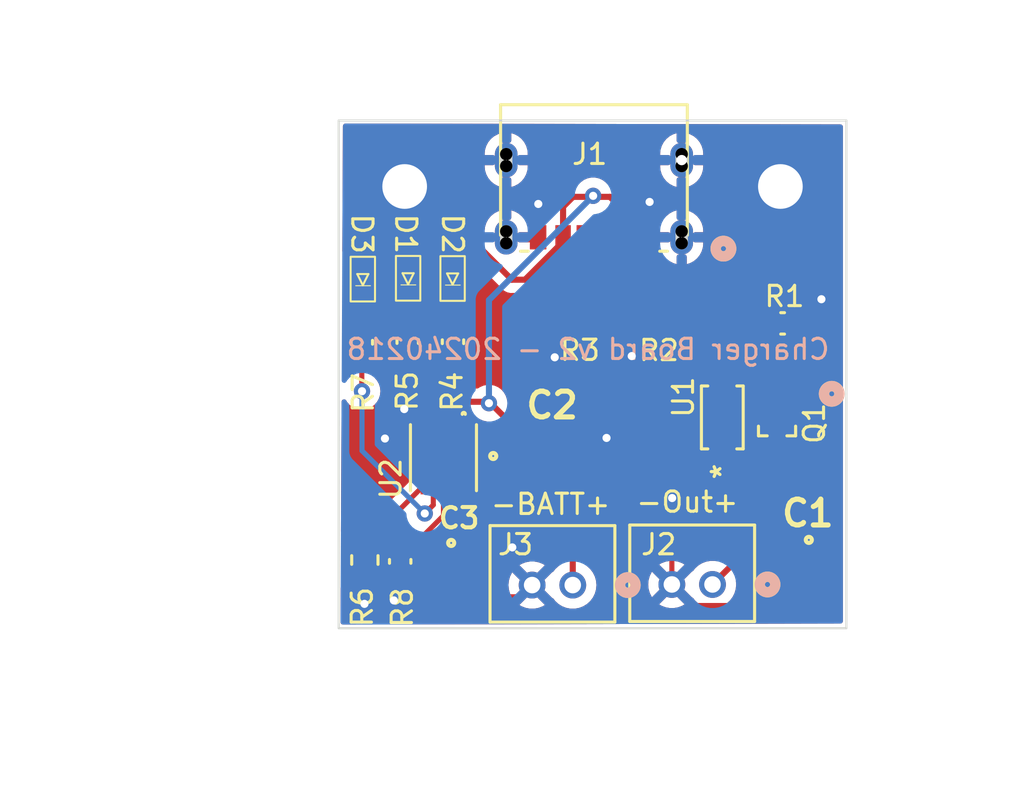
<source format=kicad_pcb>
(kicad_pcb (version 20221018) (generator pcbnew)
  (layers (0 "F.Cu" signal) (31 "B.Cu" signal) (34 "B.Paste" user) (35 "F.Paste" user) (36 "B.SilkS" user "B.Silkscreen") (37 "F.SilkS" user "F.Silkscreen") (38 "B.Mask" user) (39 "F.Mask" user) (44 "Edge.Cuts" user))
  (net 0 "")
  (net 1 "/Out+")
  (net 2 "GND")
  (net 3 "VBUS")
  (net 4 "+BATT")
  (net 5 "Net-(D1-K)")
  (net 6 "Net-(D2-K)")
  (net 7 "Net-(D3-K)")
  (net 8 "Net-(J1-CC1)")
  (net 9 "Net-(J1-CC2)")
  (net 10 "Net-(U2-STAT1)")
  (net 11 "Net-(U2-STAT2)")
  (net 12 "Net-(U2-PROG)")
  (net 13 "Net-(U2-PG)")
  (net 14 "Net-(U2-THERM)")
  (footprint "AMU-Diodes:SOD-123_ONS" (layer "F.Cu") (at 118.89 114.62 90)
    (fp_text reference "U1" (at 1 -1.92 90 unlocked) (layer "F.SilkS"))
    (fp_text value "MBR0540T3G (500mA) or  PMEG3010EGW  (1A)" hide)
    (fp_text user "*" (at -2.667 0 90 unlocked) (layer "F.SilkS"))
    (fp_text user "*" (at -2.667 0 90) (layer "F.SilkS"))
    (fp_line (start -1.5494 -1.0287) (end -1.5494 -0.71374) (stroke (width 0.1524)) (layer "F.SilkS"))
    (fp_line (start -1.5494 0.71374) (end -1.5494 1.0287) (stroke (width 0.1524)) (layer "F.SilkS"))
    (fp_line (start -1.5494 1.0287) (end 1.5494 1.0287) (stroke (width 0.1524)) (layer "F.SilkS"))
    (fp_line (start 1.5494 -1.0287) (end -1.5494 -1.0287) (stroke (width 0.1524)) (layer "F.SilkS"))
    (fp_line (start 1.5494 -0.71374) (end 1.5494 -1.0287) (stroke (width 0.1524)) (layer "F.SilkS"))
    (fp_line (start 1.5494 1.0287) (end 1.5494 0.71374) (stroke (width 0.1524)) (layer "F.SilkS"))
    (pad "1" smd rect (at -1.6764 0 90) (size 1.2192 0.762) (layers "F.Cu" "F.Paste" "F.Mask") (net 1 "/Out+"))
    (pad "2" smd rect (at 1.6764 0 90) (size 1.2192 0.762) (layers "F.Cu" "F.Paste" "F.Mask") (net 3 "VBUS"))
  )
  (footprint "AMU-Resistors:ERJ3G_PAN" (layer "F.Cu") (at 101.14 110.92 90)
    (fp_text reference "R7" (at -2.49 0.07 90 unlocked) (layer "F.SilkS"))
    (fp_text value "470")
    (fp_line (start -0.092449 0.526999) (end 0.092449 0.526999) (stroke (width 0.1524)) (layer "F.SilkS"))
    (fp_line (start 0.092449 -0.526999) (end -0.092449 -0.526999) (stroke (width 0.1524)) (layer "F.SilkS"))
    (pad "1" smd rect (at -0.777799 0 90) (size 0.755599 0.799998) (layers "F.Cu" "F.Paste" "F.Mask") (net 13 "Net-(U2-PG)"))
    (pad "2" smd rect (at 0.777799 0 90) (size 0.755599 0.799998) (layers "F.Cu" "F.Paste" "F.Mask") (net 7 "Net-(D3-K)"))
    (zone (net 0) (net_name "") (layer "F.Cu") (connect_pads (clearance 0)) (min_thickness 0.254)
      (keepout (tracks not_allowed) (vias not_allowed) (pads allowed) (copperpour not_allowed) (footprints allowed))
      (fill (thermal_gap 0.508) (thermal_bridge_width 0.508))
      (polygon (pts (xy 100.790801 111.269199) (xy 100.790801 110.570801) (xy 101.489199 110.570801) (xy 101.489199 111.269199)))
    )
  )
  (footprint "AMU-Resistors:ERJ3G_PAN" (layer "F.Cu") (at 103.4 110.882201 90)
    (fp_text reference "R5" (at -2.437799 -0.03 90 unlocked) (layer "F.SilkS"))
    (fp_text value "470")
    (fp_line (start -0.092449 0.526999) (end 0.092449 0.526999) (stroke (width 0.1524)) (layer "F.SilkS"))
    (fp_line (start 0.092449 -0.526999) (end -0.092449 -0.526999) (stroke (width 0.1524)) (layer "F.SilkS"))
    (pad "1" smd rect (at -0.777799 0 90) (size 0.755599 0.799998) (layers "F.Cu" "F.Paste" "F.Mask") (net 11 "Net-(U2-STAT2)"))
    (pad "2" smd rect (at 0.777799 0 90) (size 0.755599 0.799998) (layers "F.Cu" "F.Paste" "F.Mask") (net 5 "Net-(D1-K)"))
    (zone (net 0) (net_name "") (layer "F.Cu") (connect_pads (clearance 0)) (min_thickness 0.254)
      (keepout (tracks not_allowed) (vias not_allowed) (pads allowed) (copperpour not_allowed) (footprints allowed))
      (fill (thermal_gap 0.508) (thermal_bridge_width 0.508))
      (polygon (pts (xy 103.050801 111.2314) (xy 103.050801 110.533002) (xy 103.749199 110.533002) (xy 103.749199 111.2314)))
    )
  )
  (footprint "AMU-Diodes:Multicomp_SMD_LED_0603" (layer "F.Cu") (at 103.42 107.77 -90)
    (fp_text reference "D1" (at -2.19 0.11 -90 unlocked) (layer "F.SilkS"))
    (fp_text value "GREEN" hide)
    (fp_line (start -0.25 -0.275) (end -0.25 0.275) (stroke (width 0.1)) (layer "F.SilkS"))
    (fp_line (start -0.25 0.275) (end 0.3 0) (stroke (width 0.1)) (layer "F.SilkS"))
    (fp_line (start 0.3 0) (end -0.25 -0.275) (stroke (width 0.1)) (layer "F.SilkS"))
    (fp_line (start 0.325 -0.375) (end 0.325 0.35) (stroke (width 0.05)) (layer "F.SilkS"))
    (fp_rect (start -1.1 -0.6) (end 1.1 0.6) (stroke (width 0.1)) (fill none) (layer "F.SilkS"))
    (pad "1" smd rect (at 0.7 0 270) (size 0.6 0.8) (layers "F.Cu" "F.Paste" "F.Mask") (net 5 "Net-(D1-K)"))
    (pad "2" smd rect (at -0.7 0 270) (size 0.6 0.8) (layers "F.Cu" "F.Paste" "F.Mask") (net 3 "VBUS"))
  )
  (footprint "JST-PH2-2:CONN_B2B-PH-K-SLFSN_JST" (layer "F.Cu") (at 111.5266 122.8751)
    (fp_text reference "J3" (at -2.8166 -1.9951 unlocked) (layer "F.SilkS"))
    (fp_text value "B2B-PH-K-SLFSN" hide)
    (fp_circle (center 2.7084 0) (end 3.0894 0) (stroke (width 0.508)) (fill none) (layer "B.SilkS"))
    (fp_line (start -4.0734 -2.926999) (end -4.0734 1.822801) (stroke (width 0.1524)) (layer "F.SilkS"))
    (fp_line (start -4.0734 1.822801) (end 2.0734 1.822801) (stroke (width 0.1524)) (layer "F.SilkS"))
    (fp_line (start 2.0734 -2.926999) (end -4.0734 -2.926999) (stroke (width 0.1524)) (layer "F.SilkS"))
    (fp_line (start 2.0734 1.822801) (end 2.0734 -2.926999) (stroke (width 0.1524)) (layer "F.SilkS"))
    (fp_circle (center 2.7084 0) (end 3.0894 0) (stroke (width 0.508)) (fill none) (layer "F.SilkS"))
    (pad "1" thru_hole circle (at 0.000001 0) (size 1.3208 1.3208) (drill 0.8128) (layers "*.Cu" "*.Mask") (net 4 "+BATT"))
    (pad "2" thru_hole circle (at -2.000001 0) (size 1.3208 1.3208) (drill 0.8128) (layers "*.Cu" "*.Mask") (net 2 "GND"))
  )
  (footprint "JST-PH2-2:CONN_B2B-PH-K-SLFSN_JST" (layer "F.Cu") (at 118.4066 122.8451)
    (fp_text reference "J2" (at -2.6466 -1.9651 unlocked) (layer "F.SilkS"))
    (fp_text value "B2B-PH-K-SLFSN" hide)
    (fp_circle (center 2.7084 0) (end 3.0894 0) (stroke (width 0.508)) (fill none) (layer "B.SilkS"))
    (fp_line (start -4.0734 -2.926999) (end -4.0734 1.822801) (stroke (width 0.1524)) (layer "F.SilkS"))
    (fp_line (start -4.0734 1.822801) (end 2.0734 1.822801) (stroke (width 0.1524)) (layer "F.SilkS"))
    (fp_line (start 2.0734 -2.926999) (end -4.0734 -2.926999) (stroke (width 0.1524)) (layer "F.SilkS"))
    (fp_line (start 2.0734 1.822801) (end 2.0734 -2.926999) (stroke (width 0.1524)) (layer "F.SilkS"))
    (fp_circle (center 2.7084 0) (end 3.0894 0) (stroke (width 0.508)) (fill none) (layer "F.SilkS"))
    (pad "1" thru_hole circle (at 0.000001 0) (size 1.3208 1.3208) (drill 0.8128) (layers "*.Cu" "*.Mask") (net 1 "/Out+"))
    (pad "2" thru_hole circle (at -2.000001 0) (size 1.3208 1.3208) (drill 0.8128) (layers "*.Cu" "*.Mask") (net 2 "GND"))
  )
  (footprint "AMU-Resistors:ERJ6G_PAN" (layer "F.Cu") (at 111.007201 109.68 180)
    (fp_text reference "R3" (at -0.872799 -1.63 unlocked) (layer "F.SilkS"))
    (fp_text value "5k1")
    (pad "1" smd rect (at -0.852799 0 180) (size 1.005599 1.199998) (layers "F.Cu" "F.Paste" "F.Mask") (net 9 "Net-(J1-CC2)"))
    (pad "2" smd rect (at 0.852799 0 180) (size 1.005599 1.199998) (layers "F.Cu" "F.Paste" "F.Mask") (net 2 "GND"))
    (zone (net 0) (net_name "") (layer "F.Cu") (connect_pads (clearance 0)) (min_thickness 0.254)
      (keepout (tracks not_allowed) (vias not_allowed) (pads allowed) (copperpour not_allowed) (footprints allowed))
      (fill (thermal_gap 0.508) (thermal_bridge_width 0.508))
      (polygon (pts (xy 111.3064 110.229199) (xy 110.708002 110.229199) (xy 110.708002 109.130801) (xy 111.3064 109.130801)))
    )
  )
  (footprint "AMU-Resistors:ERJ3G_PAN" (layer "F.Cu") (at 103.03 121.707799 -90)
    (fp_text reference "R8" (at 2.27 -0.1 90 unlocked) (layer "F.SilkS"))
    (fp_text value "10k" hide)
    (fp_line (start -0.092449 0.526999) (end 0.092449 0.526999) (stroke (width 0.1524)) (layer "F.SilkS"))
    (fp_line (start 0.092449 -0.526999) (end -0.092449 -0.526999) (stroke (width 0.1524)) (layer "F.SilkS"))
    (pad "1" smd rect (at -0.777799 0 270) (size 0.755599 0.799998) (layers "F.Cu" "F.Paste" "F.Mask") (net 14 "Net-(U2-THERM)"))
    (pad "2" smd rect (at 0.777799 0 270) (size 0.755599 0.799998) (layers "F.Cu" "F.Paste" "F.Mask") (net 2 "GND"))
    (zone (net 0) (net_name "") (layer "F.Cu") (connect_pads (clearance 0)) (min_thickness 0.254)
      (keepout (tracks not_allowed) (vias not_allowed) (pads allowed) (copperpour not_allowed) (footprints allowed))
      (fill (thermal_gap 0.508) (thermal_bridge_width 0.508))
      (polygon (pts (xy 103.379199 121.3586) (xy 103.379199 122.056998) (xy 102.680801 122.056998) (xy 102.680801 121.3586)))
    )
  )
  (footprint "AMU-Other:DFN10_3x3MC_MCH" (layer "F.Cu") (at 105.159999 116.603 -90)
    (fp_text reference "U2" (at 1.037 2.589999 90 unlocked) (layer "F.SilkS"))
    (fp_text value "MCP73833-AMI/MF" hide)
    (fp_line (start -1.6256 1.6256) (end 1.6256 1.6256) (stroke (width 0.1524)) (layer "F.SilkS"))
    (fp_line (start 1.6256 -1.6256) (end -1.6256 -1.6256) (stroke (width 0.1524)) (layer "F.SilkS"))
    (fp_arc (start -2.13614 -0.926171) (mid -2.2312 -1) (end -2.13614 -1.073829) (stroke (width 0.1524)) (layer "F.SilkS"))
    (pad "1" smd rect (at -1.397 -1.000001 270) (size 0.8128 0.254) (layers "F.Cu" "F.Paste" "F.Mask") (net 3 "VBUS"))
    (pad "2" smd rect (at -1.397 -0.499999 270) (size 0.8128 0.254) (layers "F.Cu" "F.Paste" "F.Mask") (net 3 "VBUS"))
    (pad "3" smd rect (at -1.397 0 270) (size 0.8128 0.254) (layers "F.Cu" "F.Paste" "F.Mask") (net 10 "Net-(U2-STAT1)"))
    (pad "4" smd rect (at -1.397 0.499999 270) (size 0.8128 0.254) (layers "F.Cu" "F.Paste" "F.Mask") (net 11 "Net-(U2-STAT2)"))
    (pad "5" smd rect (at -1.397 1.000001 270) (size 0.8128 0.254) (layers "F.Cu" "F.Paste" "F.Mask") (net 2 "GND"))
    (pad "6" smd rect (at 1.397 1.000001 270) (size 0.8128 0.254) (layers "F.Cu" "F.Paste" "F.Mask") (net 12 "Net-(U2-PROG)"))
    (pad "7" smd rect (at 1.397 0.499999 270) (size 0.8128 0.254) (layers "F.Cu" "F.Paste" "F.Mask") (net 13 "Net-(U2-PG)"))
    (pad "8" smd rect (at 1.397 0 270) (size 0.8128 0.254) (layers "F.Cu" "F.Paste" "F.Mask") (net 14 "Net-(U2-THERM)"))
    (pad "9" smd rect (at 1.397 -0.499999 270) (size 0.8128 0.254) (layers "F.Cu" "F.Paste" "F.Mask") (net 4 "+BATT"))
    (pad "10" smd rect (at 1.397 -1.000001 270) (size 0.8128 0.254) (layers "F.Cu" "F.Paste" "F.Mask") (net 4 "+BATT"))
    (pad "11" smd rect (at 0 0 270) (size 1.7526 2.4892) (layers "F.Cu" "F.Paste" "F.Mask") (net 2 "GND"))
  )
  (footprint "AMU-Capacitors:C0805" (layer "F.Cu") (at 123.15 122.4 -90)
    (fp_text reference "C1" (at -3.06 0.05 -180) (layer "F.SilkS") (effects (font (size 1.27 1.27) (thickness 0.254))))
    (fp_text value "10uf" hide)
    (fp_circle (center -1.75 0) (end -1.75 0.05) (stroke (width 0.2)) (fill none) (layer "F.SilkS"))
    (pad "1" smd rect (at -0.9 0 270) (size 1.15 1.45) (layers "F.Cu" "F.Paste" "F.Mask") (net 1 "/Out+"))
    (pad "2" smd rect (at 0.9 0 270) (size 1.15 1.45) (layers "F.Cu" "F.Paste" "F.Mask") (net 2 "GND"))
  )
  (footprint "AMU-Connectors:CONN6_125-GF-A-0190_GCT" (layer "F.Cu") (at 115.319997 105.750006 180)
    (fp_text reference "J1" (at 2.959997 4.090006 unlocked) (layer "F.SilkS"))
    (fp_text value "USB4125-GF-A-0190" hide)
    (fp_circle (center -3.625405 -0.559994) (end -3.244405 -0.559994) (stroke (width 0.508)) (fill none) (layer "B.SilkS"))
    (fp_line (start -1.847405 0.097634) (end -1.847405 6.526606) (stroke (width 0.1524)) (layer "F.SilkS"))
    (fp_line (start -1.847405 6.526606) (end 7.347395 6.526606) (stroke (width 0.1524)) (layer "F.SilkS"))
    (fp_line (start -0.48914 -0.686994) (end -0.867656 -0.686994) (stroke (width 0.1524)) (layer "F.SilkS"))
    (fp_line (start 6.367646 -0.686994) (end 5.98913 -0.686994) (stroke (width 0.1524)) (layer "F.SilkS"))
    (fp_line (start 7.347395 6.526606) (end 7.347395 0.097634) (stroke (width 0.1524)) (layer "F.SilkS"))
    (fp_circle (center -3.625405 -0.559994) (end -3.244405 -0.559994) (stroke (width 0.508)) (fill none) (layer "F.SilkS"))
    (fp_line (start -1.570007 0.292106) (end -1.570007 -0.292094) (stroke (width 0.6096)) (layer "Edge.Cuts"))
    (fp_line (start -1.570007 4.092106) (end -1.570007 3.507906) (stroke (width 0.6096)) (layer "Edge.Cuts"))
    (fp_line (start 7.069997 0.292106) (end 7.069997 -0.292094) (stroke (width 0.6096)) (layer "Edge.Cuts"))
    (fp_line (start 7.069997 4.092106) (end 7.069997 3.507906) (stroke (width 0.6096)) (layer "Edge.Cuts"))
    (pad "" np_thru_hole circle (at -1.570007 -0.292094 180) (size 0.6096 0.6096) (drill 0.6096) (layers))
    (pad "" np_thru_hole circle (at -1.570007 0.292106 180) (size 0.6096 0.6096) (drill 0.6096) (layers))
    (pad "" np_thru_hole circle (at -1.570007 3.507906 180) (size 0.6096 0.6096) (drill 0.6096) (layers))
    (pad "" np_thru_hole circle (at -1.570007 4.092106 180) (size 0.6096 0.6096) (drill 0.6096) (layers))
    (pad "" np_thru_hole circle (at 7.069997 -0.292094 180) (size 0.6096 0.6096) (drill 0.6096) (layers))
    (pad "" np_thru_hole circle (at 7.069997 0.292106 180) (size 0.6096 0.6096) (drill 0.6096) (layers))
    (pad "" np_thru_hole circle (at 7.069997 3.507906 180) (size 0.6096 0.6096) (drill 0.6096) (layers))
    (pad "" np_thru_hole circle (at 7.069997 4.092106 180) (size 0.6096 0.6096) (drill 0.6096) (layers))
    (pad "1" smd rect (at 0 0 180) (size 0.8128 1.1938) (layers "F.Cu" "F.Paste" "F.Mask") (net 2 "GND"))
    (pad "2" smd rect (at 1.229998 0 180) (size 0.762 1.1938) (layers "F.Cu" "F.Paste" "F.Mask") (net 3 "VBUS"))
    (pad "3" smd rect (at 2.249996 0 180) (size 0.7112 1.1938) (layers "F.Cu" "F.Paste" "F.Mask") (net 8 "Net-(J1-CC1)"))
    (pad "4" smd rect (at 3.249994 0 180) (size 0.7112 1.1938) (layers "F.Cu" "F.Paste" "F.Mask") (net 9 "Net-(J1-CC2)"))
    (pad "5" smd rect (at 4.269992 0 180) (size 0.762 1.1938) (layers "F.Cu" "F.Paste" "F.Mask") (net 3 "VBUS"))
    (pad "6" smd rect (at 5.49999 0 180) (size 0.8128 1.1938) (layers "F.Cu" "F.Paste" "F.Mask") (net 2 "GND"))
    (pad "7" thru_hole oval (at -1.570007 0.000006 270) (size 1.7018 1.1176) (drill 0.0254) (layers "*.Cu" "*.Mask") (net 2 "GND"))
    (pad "8" thru_hole oval (at -1.570007 3.800006 270) (size 1.7018 1.1176) (drill 0.0254) (layers "*.Cu" "*.Mask") (net 2 "GND"))
    (pad "9" thru_hole oval (at 7.069997 0.000006 270) (size 1.7018 1.1176) (drill 0.0254) (layers "*.Cu" "*.Mask") (net 2 "GND"))
    (pad "10" thru_hole oval (at 7.069997 3.800006 270) (size 1.7018 1.1176) (drill 0.0254) (layers "*.Cu" "*.Mask") (net 2 "GND"))
    (pad "13" thru_hole circle (at -1.570007 3.800006 180) (size 0.762 0.762) (drill 0.508) (layers "*.Cu" "*.Mask"))
  )
  (footprint "MountingHole:MountingHole_2.2mm_M2_Pad" (layer "F.Cu") (at 103.25 103.25)
    (fp_text reference "H2" hide)
    (fp_text value "Mount")
    (pad "1" thru_hole circle (at 0 0) (size 4.4 4.4) (drill 2.2) (layers "*.Cu" "*.Mask") (net 2 "GND"))
  )
  (footprint "AMU-Resistors:ERJ6G_PAN" (layer "F.Cu") (at 114.502799 109.67)
    (fp_text reference "R2" (at 1.267201 1.65 unlocked) (layer "F.SilkS"))
    (fp_text value "5k1")
    (pad "1" smd rect (at -0.852799 0) (size 1.005599 1.199998) (layers "F.Cu" "F.Paste" "F.Mask") (net 8 "Net-(J1-CC1)"))
    (pad "2" smd rect (at 0.852799 0) (size 1.005599 1.199998) (layers "F.Cu" "F.Paste" "F.Mask") (net 2 "GND"))
    (zone (net 0) (net_name "") (layer "F.Cu") (connect_pads (clearance 0)) (min_thickness 0.254)
      (keepout (tracks not_allowed) (vias not_allowed) (pads allowed) (copperpour not_allowed) (footprints allowed))
      (fill (thermal_gap 0.508) (thermal_bridge_width 0.508))
      (polygon (pts (xy 114.2036 109.120801) (xy 114.801998 109.120801) (xy 114.801998 110.219199) (xy 114.2036 110.219199)))
    )
  )
  (footprint "AMU-Resistors:ERJ3G_PAN" (layer "F.Cu") (at 121.86 109.99)
    (fp_text reference "R1" (at 0.09 -1.33 unlocked) (layer "F.SilkS"))
    (fp_text value "10k" hide)
    (fp_line (start -0.092449 0.526999) (end 0.092449 0.526999) (stroke (width 0.1524)) (layer "F.SilkS"))
    (fp_line (start 0.092449 -0.526999) (end -0.092449 -0.526999) (stroke (width 0.1524)) (layer "F.SilkS"))
    (pad "1" smd rect (at -0.777799 0) (size 0.755599 0.799998) (layers "F.Cu" "F.Paste" "F.Mask") (net 3 "VBUS"))
    (pad "2" smd rect (at 0.777799 0) (size 0.755599 0.799998) (layers "F.Cu" "F.Paste" "F.Mask") (net 2 "GND"))
    (zone (net 0) (net_name "") (layer "F.Cu") (connect_pads (clearance 0)) (min_thickness 0.254)
      (keepout (tracks not_allowed) (vias not_allowed) (pads allowed) (copperpour not_allowed) (footprints allowed))
      (fill (thermal_gap 0.508) (thermal_bridge_width 0.508))
      (polygon (pts (xy 121.510801 109.640801) (xy 122.209199 109.640801) (xy 122.209199 110.339199) (xy 121.510801 110.339199)))
    )
  )
  (footprint "AMU-Resistors:ERJUP3_PAN" (layer "F.Cu") (at 101.29 121.6401 -90)
    (fp_text reference "R6" (at 2.3199 0.13 90 unlocked) (layer "F.SilkS"))
    (fp_text value "1k" hide)
    (fp_line (start -0.21315 0.6477) (end 0.21315 0.6477) (stroke (width 0.1524)) (layer "F.SilkS"))
    (fp_line (start 0.21315 -0.6477) (end -0.21315 -0.6477) (stroke (width 0.1524)) (layer "F.SilkS"))
    (pad "1" smd rect (at -0.8001 0 270) (size 0.5588 1.0414) (layers "F.Cu" "F.Paste" "F.Mask") (net 12 "Net-(U2-PROG)"))
    (pad "2" smd rect (at 0.8001 0 270) (size 0.5588 1.0414) (layers "F.Cu" "F.Paste" "F.Mask") (net 2 "GND"))
    (zone (net 0) (net_name "") (layer "F.Cu") (connect_pads (clearance 0)) (min_thickness 0.254)
      (keepout (tracks not_allowed) (vias not_allowed) (pads allowed) (copperpour not_allowed) (footprints allowed))
      (fill (thermal_gap 0.508) (thermal_bridge_width 0.508))
      (polygon (pts (xy 101.7599 121.1702) (xy 101.7599 122.11) (xy 100.8201 122.11) (xy 100.8201 121.1702)))
    )
  )
  (footprint "AMU-Capacitors:C0805" (layer "F.Cu") (at 105.54 122.55 -90)
    (fp_text reference "C3" (at -2.97 -0.39 -180) (layer "F.SilkS") (effects (font (thickness 0.2) bold)))
    (fp_text value "10uf" hide)
    (fp_circle (center -1.75 0) (end -1.75 0.05) (stroke (width 0.2)) (fill none) (layer "F.SilkS"))
    (pad "1" smd rect (at -0.9 0 270) (size 1.15 1.45) (layers "F.Cu" "F.Paste" "F.Mask") (net 4 "+BATT"))
    (pad "2" smd rect (at 0.9 0 270) (size 1.15 1.45) (layers "F.Cu" "F.Paste" "F.Mask") (net 2 "GND"))
  )
  (footprint "AMU-Diodes:Multicomp_SMD_LED_0603" (layer "F.Cu") (at 101.19 107.81 -90)
    (fp_text reference "D3" (at -2.23 0.04 -90 unlocked) (layer "F.SilkS"))
    (fp_text value "RED" hide)
    (fp_line (start -0.25 -0.275) (end -0.25 0.275) (stroke (width 0.1)) (layer "F.SilkS"))
    (fp_line (start -0.25 0.275) (end 0.3 0) (stroke (width 0.1)) (layer "F.SilkS"))
    (fp_line (start 0.3 0) (end -0.25 -0.275) (stroke (width 0.1)) (layer "F.SilkS"))
    (fp_line (start 0.325 -0.375) (end 0.325 0.35) (stroke (width 0.05)) (layer "F.SilkS"))
    (fp_rect (start -1.1 -0.6) (end 1.1 0.6) (stroke (width 0.1)) (fill none) (layer "F.SilkS"))
    (pad "1" smd rect (at 0.7 0 270) (size 0.6 0.8) (layers "F.Cu" "F.Paste" "F.Mask") (net 7 "Net-(D3-K)"))
    (pad "2" smd rect (at -0.7 0 270) (size 0.6 0.8) (layers "F.Cu" "F.Paste" "F.Mask") (net 3 "VBUS"))
  )
  (footprint "MountingHole:MountingHole_2.2mm_M2_Pad" (layer "F.Cu") (at 121.75 103.25)
    (fp_text reference "H1" hide)
    (fp_text value "Mount")
    (pad "1" thru_hole circle (at 0 0) (size 4.4 4.4) (drill 2.2) (layers "*.Cu" "*.Mask") (net 2 "GND"))
  )
  (footprint "AMU-Capacitors:C0805" (layer "F.Cu") (at 109.36 116.52)
    (fp_text reference "C2" (at 1.15 -2.5) (layer "F.SilkS") (effects (font (size 1.27 1.27) (thickness 0.254))))
    (fp_text value "10uf" hide)
    (fp_circle (center -1.75 0) (end -1.75 0.05) (stroke (width 0.2)) (fill none) (layer "F.SilkS"))
    (pad "1" smd rect (at -0.9 0) (size 1.15 1.45) (layers "F.Cu" "F.Paste" "F.Mask") (net 3 "VBUS"))
    (pad "2" smd rect (at 0.9 0) (size 1.15 1.45) (layers "F.Cu" "F.Paste" "F.Mask") (net 2 "GND"))
  )
  (footprint "AMU-Resistors:ERJ3G_PAN" (layer "F.Cu") (at 105.63 110.892201 90)
    (fp_text reference "R4" (at -2.457799 -0.05 90 unlocked) (layer "F.SilkS"))
    (fp_text value "470" hide)
    (fp_line (start -0.092449 0.526999) (end 0.092449 0.526999) (stroke (width 0.1524)) (layer "F.SilkS"))
    (fp_line (start 0.092449 -0.526999) (end -0.092449 -0.526999) (stroke (width 0.1524)) (layer "F.SilkS"))
    (pad "1" smd rect (at -0.777799 0 90) (size 0.755599 0.799998) (layers "F.Cu" "F.Paste" "F.Mask") (net 10 "Net-(U2-STAT1)"))
    (pad "2" smd rect (at 0.777799 0 90) (size 0.755599 0.799998) (layers "F.Cu" "F.Paste" "F.Mask") (net 6 "Net-(D2-K)"))
    (zone (net 0) (net_name "") (layer "F.Cu") (connect_pads (clearance 0)) (min_thickness 0.254)
      (keepout (tracks not_allowed) (vias not_allowed) (pads allowed) (copperpour not_allowed) (footprints allowed))
      (fill (thermal_gap 0.508) (thermal_bridge_width 0.508))
      (polygon (pts (xy 105.280801 111.2414) (xy 105.280801 110.543002) (xy 105.979199 110.543002) (xy 105.979199 111.2414)))
    )
  )
  (footprint "AMU-Diodes:Multicomp_SMD_LED_0603" (layer "F.Cu") (at 105.61 107.78 -90)
    (fp_text reference "D2" (at -2.2 0 -90 unlocked) (layer "F.SilkS"))
    (fp_text value "ORANGE" hide)
    (fp_line (start -0.25 -0.275) (end -0.25 0.275) (stroke (width 0.1)) (layer "F.SilkS"))
    (fp_line (start -0.25 0.275) (end 0.3 0) (stroke (width 0.1)) (layer "F.SilkS"))
    (fp_line (start 0.3 0) (end -0.25 -0.275) (stroke (width 0.1)) (layer "F.SilkS"))
    (fp_line (start 0.325 -0.375) (end 0.325 0.35) (stroke (width 0.05)) (layer "F.SilkS"))
    (fp_rect (start -1.1 -0.6) (end 1.1 0.6) (stroke (width 0.1)) (fill none) (layer "F.SilkS"))
    (pad "1" smd rect (at 0.7 0 270) (size 0.6 0.8) (layers "F.Cu" "F.Paste" "F.Mask") (net 6 "Net-(D2-K)"))
    (pad "2" smd rect (at -0.7 0 270) (size 0.6 0.8) (layers "F.Cu" "F.Paste" "F.Mask") (net 3 "VBUS"))
  )
  (footprint "AMU-Other:TRANS_DMG3415UFY4Q-7_DIO" (layer "F.Cu") (at 121.5851 114.357498 180)
    (fp_text reference "Q1" (at -1.8349 -0.552502 90 unlocked) (layer "F.SilkS"))
    (fp_text value "DMG3415UFY4Q-7" hide)
    (fp_rect (start -0.129492 -1.176348) (end 0.136891 -0.595662) (stroke (width 0.05)) (fill solid) (layer "F.Cu"))
    (fp_circle (center -2.6924 0.899998) (end -2.3114 0.899998) (stroke (width 0.508)) (fill none) (layer "B.SilkS"))
    (fp_line (start -0.9144 -1.1684) (end -0.9144 -0.694267) (stroke (width 0.1524)) (layer "F.SilkS"))
    (fp_line (start -0.484898 -1.1684) (end -0.9144 -1.1684) (stroke (width 0.1524)) (layer "F.SilkS"))
    (fp_line (start 0.9144 -1.1684) (end 0.484898 -1.1684) (stroke (width 0.1524)) (layer "F.SilkS"))
    (fp_line (start 0.9144 -0.694267) (end 0.9144 -1.1684) (stroke (width 0.1524)) (layer "F.SilkS"))
    (fp_circle (center -2.6924 0.899998) (end -2.3114 0.899998) (stroke (width 0.508)) (fill none) (layer "F.SilkS"))
    (pad "1" smd rect (at -0.499999 0.899998 180) (size 0.3048 0.508) (layers "F.Cu" "F.Paste" "F.Mask") (net 3 "VBUS"))
    (pad "2" smd rect (at 0.499999 0.899998 180) (size 0.3048 0.508) (layers "F.Cu" "F.Paste" "F.Mask") (net 4 "+BATT"))
    (pad "3" smd rect (at 0 -0.000003 180) (size 1.2954 0.9906) (layers "F.Cu" "F.Paste" "F.Mask") (net 1 "/Out+") (clearance 0.2))
  )
  (gr_rect (start 100 100) (end 125 125) (stroke (width 0.1)) (fill none) (layer "Edge.Cuts"))
  (gr_text "Charger Board v2 - 20240218" (at 124.26 111.85) (layer "B.SilkS") (effects (font (size 1 1)) (justify left bottom mirror)))
  (gr_text "-Out+" (at 114.57 119.37) (layer "F.SilkS") (effects (font (size 1 1)) (justify left bottom)))
  (gr_text "-BATT+" (at 107.41 119.48) (layer "F.SilkS") (effects (font (size 1 1)) (justify left bottom)))
  (segment (start 123.15 115.770001) (end 123.15 119.15) (width 0.3) (layer "F.Cu") (net 1))
  (segment (start 123.15 121.5) (end 119.751701 121.5) (width 0.3) (layer "F.Cu") (net 1))
  (segment (start 121.5851 114.357501) (end 121.7375 114.357501) (width 0.3) (layer "F.Cu") (net 1))
  (segment (start 121.7375 114.357501) (end 123.15 115.770001) (width 0.3) (layer "F.Cu") (net 1))
  (segment (start 123.15 119.15) (end 123.15 121.5) (width 0.3) (layer "F.Cu") (net 1))
  (segment (start 120.2964 116.2964) (end 123.15 119.15) (width 0.3) (layer "F.Cu") (net 1))
  (segment (start 118.89 116.2964) (end 120.2964 116.2964) (width 0.3) (layer "F.Cu") (net 1))
  (segment (start 121.5851 114.357501) (end 121.4327 114.357501) (width 0.3) (layer "F.Cu") (net 1))
  (segment (start 119.751701 121.5) (end 118.406601 122.8451) (width 0.3) (layer "F.Cu") (net 1))
  (segment (start 112.3 116.52) (end 113.19 115.63) (width 0.25) (layer "F.Cu") (net 2))
  (segment (start 116.42 118.62) (end 116.42 118.59) (width 0.25) (layer "F.Cu") (net 2))
  (segment (start 122.5695 123.8805) (end 117.441999 123.8805) (width 0.25) (layer "F.Cu") (net 2))
  (segment (start 108.55 121.02) (end 108.55 120.96) (width 0.25) (layer "F.Cu") (net 2))
  (segment (start 110.64 111.66) (end 110.68 111.66) (width 0.25) (layer "F.Cu") (net 2))
  (segment (start 123.78 108.847799) (end 123.78 108.81) (width 0.25) (layer "F.Cu") (net 2))
  (segment (start 101.29 123.78) (end 101.27 123.8) (width 0.25) (layer "F.Cu") (net 2))
  (segment (start 105.159999 116.603) (end 103.243 116.603) (width 0.25) (layer "F.Cu") (net 2))
  (segment (start 103.23 114.17) (end 103.24 114.18) (width 0.25) (layer "F.Cu") (net 2))
  (segment (start 116.406599 118.633401) (end 116.42 118.62) (width 0.25) (layer "F.Cu") (net 2))
  (segment (start 109.820007 105.750006) (end 109.820007 104.119993) (width 0.25) (layer "F.Cu") (net 2))
  (segment (start 105.54 123.45) (end 108.951699 123.45) (width 0.25) (layer "F.Cu") (net 2))
  (segment (start 122.637799 109.99) (end 123.78 108.847799) (width 0.25) (layer "F.Cu") (net 2))
  (segment (start 104.159998 115.099998) (end 103.27 114.21) (width 0.25) (layer "F.Cu") (net 2))
  (segment (start 101.29 123.84) (end 101.3 123.85) (width 0.25) (layer "F.Cu") (net 2))
  (segment (start 115.319997 104.000003) (end 115.319997 103.979997) (width 0.25) (layer "F.Cu") (net 2))
  (segment (start 115.31 104.01) (end 115.319997 104.000003) (width 0.25) (layer "F.Cu") (net 2))
  (segment (start 115.355598 110.694402) (end 114.45 111.6) (width 0.25) (layer "F.Cu") (net 2))
  (segment (start 103.27 114.21) (end 103.23 114.21) (width 0.25) (layer "F.Cu") (net 2))
  (segment (start 102.28 115.66) (end 102.28 115.64) (width 0.25) (layer "F.Cu") (net 2))
  (segment (start 103.03 122.485598) (end 103.03 123.25) (width 0.25) (layer "F.Cu") (net 2))
  (segment (start 115.355598 109.67) (end 115.355598 110.694402) (width 0.25) (layer "F.Cu") (net 2))
  (segment (start 109.820007 104.100007) (end 109.820007 104.049993) (width 0.25) (layer "F.Cu") (net 2))
  (segment (start 103.23 114.21) (end 103.23 114.17) (width 0.25) (layer "F.Cu") (net 2))
  (segment (start 108.55 121.898501) (end 108.55 121.02) (width 0.25) (layer "F.Cu") (net 2))
  (segment (start 114.43 111.6) (end 114.43 111.62) (width 0.25) (layer "F.Cu") (net 2))
  (segment (start 102.28 115.64) (end 102.32 115.68) (width 0.25) (layer "F.Cu") (net 2))
  (segment (start 109.820007 104.049993) (end 109.83 104.04) (width 0.25) (layer "F.Cu") (net 2))
  (segment (start 102.72 123.56) (end 102.72 123.63) (width 0.25) (layer "F.Cu") (net 2))
  (segment (start 102.3 115.66) (end 102.28 115.66) (width 0.25) (layer "F.Cu") (net 2))
  (segment (start 116.406599 122.8451) (end 116.406599 118.633401) (width 0.25) (layer "F.Cu") (net 2))
  (segment (start 123.77 108.8) (end 123.78 108.79) (width 0.25) (layer "F.Cu") (net 2))
  (segment (start 110.26 116.52) (end 112.3 116.52) (width 0.25) (layer "F.Cu") (net 2))
  (segment (start 109.83 104.11) (end 109.820007 104.100007) (width 0.25) (layer "F.Cu") (net 2))
  (segment (start 101.29 122.4402) (end 101.29 123.78) (width 0.25) (layer "F.Cu") (net 2))
  (segment (start 115.319997 104.019997) (end 115.31 104.01) (width 0.25) (layer "F.Cu") (net 2))
  (segment (start 116.42 118.59) (end 116.45 118.59) (width 0.25) (layer "F.Cu") (net 2))
  (segment (start 101.27 123.8) (end 101.29 123.82) (width 0.25) (layer "F.Cu") (net 2))
  (segment (start 110.154402 111.134402) (end 110.64 111.62) (width 0.25) (layer "F.Cu") (net 2))
  (segment (start 123.78 108.79) (end 123.78 108.76) (width 0.25) (layer "F.Cu") (net 2))
  (segment (start 110.64 111.62) (end 110.64 111.66) (width 0.25) (layer "F.Cu") (net 2))
  (segment (start 123.15 123.3) (end 122.5695 123.8805) (width 0.25) (layer "F.Cu") (net 2))
  (segment (start 115.319997 105.750006) (end 115.319997 104.019997) (width 0.25) (layer "F.Cu") (net 2))
  (segment (start 103.03 123.25) (end 102.72 123.56) (width 0.25) (layer "F.Cu") (net 2))
  (segment (start 109.526599 122.8751) (end 108.55 121.898501) (width 0.25) (layer "F.Cu") (net 2))
  (segment (start 109.820007 104.119993) (end 109.83 104.11) (width 0.25) (layer "F.Cu") (net 2))
  (segment (start 103.243 116.603) (end 102.3 115.66) (width 0.25) (layer "F.Cu") (net 2))
  (segment (start 108.951699 123.45) (end 109.526599 122.8751) (width 0.25) (layer "F.Cu") (net 2))
  (segment (start 102.72 123.63) (end 102.65 123.63) (width 0.25) (layer "F.Cu") (net 2))
  (segment (start 116.45 118.59) (end 116.45 118.59) (width 0.25) (layer "F.Cu") (net 2))
  (segment (start 110.154402 109.68) (end 110.154402 111.134402) (width 0.25) (layer "F.Cu") (net 2))
  (segment (start 113.19 115.63) (end 113.17 115.65) (width 0.25) (layer "F.Cu") (net 2))
  (segment (start 114.45 111.6) (end 114.43 111.6) (width 0.25) (layer "F.Cu") (net 2))
  (segment (start 104.159998 115.206) (end 104.159998 115.099998) (width 0.25) (layer "F.Cu") (net 2))
  (segment (start 101.29 123.82) (end 101.29 123.84) (width 0.25) (layer "F.Cu") (net 2))
  (segment (start 102.65 123.63) (end 102.705 123.575) (width 0.25) (layer "F.Cu") (net 2))
  (segment (start 123.78 108.81) (end 123.77 108.8) (width 0.25) (layer "F.Cu") (net 2))
  (segment (start 110.68 111.66) (end 110.68 111.66) (width 0.25) (layer "F.Cu") (net 2))
  (segment (start 117.441999 123.8805) (end 116.406599 122.8451) (width 0.25) (layer "F.Cu") (net 2))
  (segment (start 114.43 111.62) (end 114.39 111.66) (width 0.25) (layer "F.Cu") (net 2))
  (segment (start 115.319997 103.979997) (end 115.31 103.97) (width 0.25) (layer "F.Cu") (net 2))
  (via (at 123.77 108.8) (size 0.8) (drill 0.4) (layers "F.Cu" "B.Cu") (net 2))
  (via (at 115.31 104.01) (size 0.8) (drill 0.4) (layers "F.Cu" "B.Cu") (net 2))
  (via (at 101.27 123.8) (size 0.8) (drill 0.4) (layers "F.Cu" "B.Cu") (net 2))
  (via (at 110.64 111.66) (size 0.8) (drill 0.4) (layers "F.Cu" "B.Cu") (net 2))
  (via (at 109.83 104.11) (size 0.8) (drill 0.4) (layers "F.Cu" "B.Cu") (net 2))
  (via (at 114.43 111.6) (size 0.8) (drill 0.4) (layers "F.Cu" "B.Cu") (net 2))
  (via (at 113.19 115.63) (size 0.8) (drill 0.4) (layers "F.Cu" "B.Cu") (net 2))
  (via (at 102.72 123.63) (size 0.8) (drill 0.4) (layers "F.Cu" "B.Cu") (net 2))
  (via (at 116.42 118.59) (size 0.8) (drill 0.4) (layers "F.Cu" "B.Cu") (net 2))
  (via (at 102.28 115.66) (size 0.8) (drill 0.4) (layers "F.Cu" "B.Cu") (net 2))
  (via (at 108.55 121.02) (size 0.8) (drill 0.4) (layers "F.Cu" "B.Cu") (net 2))
  (via (at 103.23 114.21) (size 0.8) (drill 0.4) (layers "F.Cu" "B.Cu") (net 2))
  (segment (start 121.082201 109.99) (end 121.082201 110.932201) (width 0.3) (layer "F.Cu") (net 3))
  (segment (start 121.082201 110.751399) (end 121.082201 109.99) (width 0.3) (layer "F.Cu") (net 3))
  (segment (start 109.175911 107.84) (end 111.050005 105.965906) (width 0.3) (layer "F.Cu") (net 3))
  (segment (start 107.48 113.92) (end 108.46 114.9) (width 0.3) (layer "F.Cu") (net 3))
  (segment (start 111.54 103.76) (end 112.48 103.76) (width 0.3) (layer "F.Cu") (net 3))
  (segment (start 107.4 113.84) (end 107.4 113.92) (width 0.3) (layer "F.Cu") (net 3))
  (segment (start 108.52 107.83) (end 108.52 107.84) (width 0.3) (layer "F.Cu") (net 3))
  (segment (start 112.58 103.76) (end 113.36 103.76) (width 0.3) (layer "F.Cu") (net 3))
  (segment (start 111.050005 105.750006) (end 111.050005 104.249995) (width 0.3) (layer "F.Cu") (net 3))
  (segment (start 114.089999 104.489999) (end 114.089999 105.750006) (width 0.3) (layer "F.Cu") (net 3))
  (segment (start 103.96 106.05) (end 106.06 106.05) (width 0.3) (layer "F.Cu") (net 3))
  (segment (start 122.085099 111.944901) (end 122.085099 113.4575) (width 0.3) (layer "F.Cu") (net 3))
  (segment (start 101.47 106.05) (end 103.96 106.05) (width 0.3) (layer "F.Cu") (net 3))
  (segment (start 121.082201 110.932201) (end 122.09 111.94) (width 0.3) (layer "F.Cu") (net 3))
  (segment (start 105.61 107.08) (end 105.61 106.5) (width 0.3) (layer "F.Cu") (net 3))
  (segment (start 111.050005 105.965906) (end 111.050005 105.750006) (width 0.3) (layer "F.Cu") (net 3))
  (segment (start 101.19 106.33) (end 101.47 106.05) (width 0.3) (layer "F.Cu") (net 3))
  (segment (start 108.46 114.9) (end 108.46 116.52) (width 0.3) (layer "F.Cu") (net 3))
  (segment (start 114.089999 105.965906) (end 118.114093 109.99) (width 0.3) (layer "F.Cu") (net 3))
  (segment (start 112.53 103.71) (end 112.58 103.76) (width 0.3) (layer "F.Cu") (net 3))
  (segment (start 111.050005 104.249995) (end 111.54 103.76) (width 0.3) (layer "F.Cu") (net 3))
  (segment (start 106.16 115.206) (end 106.16 114.1) (width 0.3) (layer "F.Cu") (net 3))
  (segment (start 106.41 113.85) (end 107.41 113.85) (width 0.3) (layer "F.Cu") (net 3))
  (segment (start 103.42 107.07) (end 103.42 106.59) (width 0.3) (layer "F.Cu") (net 3))
  (segment (start 107.41 113.85) (end 107.4 113.84) (width 0.3) (layer "F.Cu") (net 3))
  (segment (start 105.61 106.5) (end 106.06 106.05) (width 0.3) (layer "F.Cu") (net 3))
  (segment (start 118.114093 109.99) (end 121.082201 109.99) (width 0.3) (layer "F.Cu") (net 3))
  (segment (start 114.089999 105.750006) (end 114.089999 105.965906) (width 0.3) (layer "F.Cu") (net 3))
  (segment (start 105.659998 115.206) (end 105.659998 114.600002) (width 0.2) (layer "F.Cu") (net 3))
  (segment (start 101.19 107.11) (end 101.19 106.33) (width 0.3) (layer "F.Cu") (net 3))
  (segment (start 112.48 103.76) (end 112.53 103.71) (width 0.3) (layer "F.Cu") (net 3))
  (segment (start 122.09 111.94) (end 122.085099 111.944901) (width 0.3) (layer "F.Cu") (net 3))
  (segment (start 107.4 113.92) (end 107.48 113.92) (width 0.3) (layer "F.Cu") (net 3))
  (segment (start 103.42 106.59) (end 103.96 106.05) (width 0.3) (layer "F.Cu") (net 3))
  (segment (start 113.36 103.76) (end 114.089999 104.489999) (width 0.3) (layer "F.Cu") (net 3))
  (segment (start 106.74 106.05) (end 108.52 107.83) (width 0.3) (layer "F.Cu") (net 3))
  (segment (start 118.89 112.9436) (end 121.082201 110.751399) (width 0.3) (layer "F.Cu") (net 3))
  (segment (start 106.06 106.05) (end 106.74 106.05) (width 0.3) (layer "F.Cu") (net 3))
  (segment (start 108.52 107.84) (end 109.175911 107.84) (width 0.3) (layer "F.Cu") (net 3))
  (segment (start 106.16 114.1) (end 106.41 113.85) (width 0.3) (layer "F.Cu") (net 3))
  (segment (start 105.659998 114.600002) (end 106.41 113.85) (width 0.3) (layer "F.Cu") (net 3))
  (via (at 112.53 103.71) (size 0.8) (drill 0.4) (layers "F.Cu" "B.Cu") (net 3))
  (via (at 107.4 113.92) (size 0.8) (drill 0.4) (layers "F.Cu" "B.Cu") (net 3))
  (segment (start 112.53 103.71) (end 107.4 108.84) (width 0.3) (layer "B.Cu") (net 3))
  (segment (start 107.4 108.84) (end 107.4 113.92) (width 0.3) (layer "B.Cu") (net 3))
  (segment (start 120.1667 113.4575) (end 121.085101 113.4575) (width 0.3) (layer "F.Cu") (net 4))
  (segment (start 110.5 119.04) (end 111.54 120.08) (width 0.3) (layer "F.Cu") (net 4))
  (segment (start 112.84 119.04) (end 116.64 115.24) (width 0.3) (layer "F.Cu") (net 4))
  (segment (start 106.16 121.03) (end 105.54 121.65) (width 0.3) (layer "F.Cu") (net 4))
  (segment (start 116.64 115.24) (end 118.3842 115.24) (width 0.3) (layer "F.Cu") (net 4))
  (segment (start 105.54 121.65) (end 108.15 119.04) (width 0.3) (layer "F.Cu") (net 4))
  (segment (start 106.16 119.1) (end 106.16 121.03) (width 0.3) (layer "F.Cu") (net 4))
  (segment (start 108.15 119.04) (end 112.84 119.04) (width 0.3) (layer "F.Cu") (net 4))
  (segment (start 108.15 119.04) (end 110.5 119.04) (width 0.3) (layer "F.Cu") (net 4))
  (segment (start 118.3842 115.24) (end 120.1667 113.4575) (width 0.3) (layer "F.Cu") (net 4))
  (segment (start 111.54 120.08) (end 111.526601 120.093399) (width 0.3) (layer "F.Cu") (net 4))
  (segment (start 106.16 118) (end 106.16 119.1) (width 0.3) (layer "F.Cu") (net 4))
  (segment (start 105.659998 118) (end 105.659998 118.599998) (width 0.22) (layer "F.Cu") (net 4))
  (segment (start 111.526601 120.093399) (end 111.526601 122.8751) (width 0.3) (layer "F.Cu") (net 4))
  (segment (start 105.659998 118.599998) (end 106.16 119.1) (width 0.22) (layer "F.Cu") (net 4))
  (segment (start 103.4 108.49) (end 103.42 108.47) (width 0.25) (layer "F.Cu") (net 5))
  (segment (start 103.4 110.104402) (end 103.4 108.49) (width 0.25) (layer "F.Cu") (net 5))
  (segment (start 105.63 108.5) (end 105.61 108.48) (width 0.25) (layer "F.Cu") (net 6))
  (segment (start 105.63 110.114402) (end 105.63 108.5) (width 0.25) (layer "F.Cu") (net 6))
  (segment (start 101.14 108.56) (end 101.19 108.51) (width 0.25) (layer "F.Cu") (net 7))
  (segment (start 101.14 110.142201) (end 101.14 108.56) (width 0.25) (layer "F.Cu") (net 7))
  (segment (start 113.070001 105.750006) (end 113.070001 109.090001) (width 0.25) (layer "F.Cu") (net 8))
  (segment (start 113.070001 109.090001) (end 113.65 109.67) (width 0.25) (layer "F.Cu") (net 8))
  (segment (start 112.070003 105.750006) (end 112.070003 109.469997) (width 0.25) (layer "F.Cu") (net 9))
  (segment (start 112.070003 109.469997) (end 111.86 109.68) (width 0.25) (layer "F.Cu") (net 9))
  (segment (start 105.134998 112.165002) (end 105.63 111.67) (width 0.25) (layer "F.Cu") (net 10))
  (segment (start 105.159999 115.206) (end 105.134998 115.180999) (width 0.25) (layer "F.Cu") (net 10))
  (segment (start 105.134998 115.180999) (end 105.134998 112.165002) (width 0.25) (layer "F.Cu") (net 10))
  (segment (start 104.66 114.55) (end 103.4 113.29) (width 0.25) (layer "F.Cu") (net 11))
  (segment (start 104.66 115.206) (end 104.66 114.55) (width 0.25) (layer "F.Cu") (net 11))
  (segment (start 103.4 113.29) (end 103.4 111.66) (width 0.25) (layer "F.Cu") (net 11))
  (segment (start 104.159998 118) (end 101.319998 120.84) (width 0.25) (layer "F.Cu") (net 12))
  (segment (start 101.319998 120.84) (end 101.29 120.84) (width 0.25) (layer "F.Cu") (net 12))
  (segment (start 104.66 118.93) (end 104.24 119.35) (width 0.25) (layer "F.Cu") (net 13))
  (segment (start 104.66 118) (end 104.66 118.93) (width 0.25) (layer "F.Cu") (net 13))
  (segment (start 101.14 113.4) (end 101.13 113.41) (width 0.25) (layer "F.Cu") (net 13))
  (segment (start 101.14 111.697799) (end 101.14 113.32) (width 0.25) (layer "F.Cu") (net 13))
  (segment (start 101.14 113.32) (end 101.15 113.33) (width 0.25) (layer "F.Cu") (net 13))
  (segment (start 104.24 119.35) (end 104.21 119.38) (width 0.25) (layer "F.Cu") (net 13))
  (segment (start 101.15 113.33) (end 101.14 113.34) (width 0.25) (layer "F.Cu") (net 13))
  (segment (start 101.14 113.34) (end 101.14 113.4) (width 0.25) (layer "F.Cu") (net 13))
  (via (at 101.15 113.33) (size 0.8) (drill 0.4) (layers "F.Cu" "B.Cu") (net 13))
  (via (at 104.24 119.35) (size 0.8) (drill 0.4) (layers "F.Cu" "B.Cu") (net 13))
  (segment (start 101.15 113.33) (end 101.15 116.26) (width 0.25) (layer "B.Cu") (net 13))
  (segment (start 101.15 116.26) (end 104.24 119.35) (width 0.25) (layer "B.Cu") (net 13))
  (segment (start 103.685305 120.93) (end 103.03 120.93) (width 0.25) (layer "F.Cu") (net 14))
  (segment (start 105.159999 119.455306) (end 103.685305 120.93) (width 0.25) (layer "F.Cu") (net 14))
  (segment (start 105.159999 118) (end 105.159999 119.455306) (width 0.25) (layer "F.Cu") (net 14))
  (zone (net 2) (net_name "GND") (layers "F&B.Cu") (connect_pads (clearance 0.5)) (min_thickness 0.25) (fill yes (thermal_gap 0.5) (thermal_bridge_width 0.5))
    (polygon (pts (xy 100.21 100.15) (xy 124.83 100.19) (xy 124.83 124.77) (xy 100.09 124.82)))
  )
)
</source>
